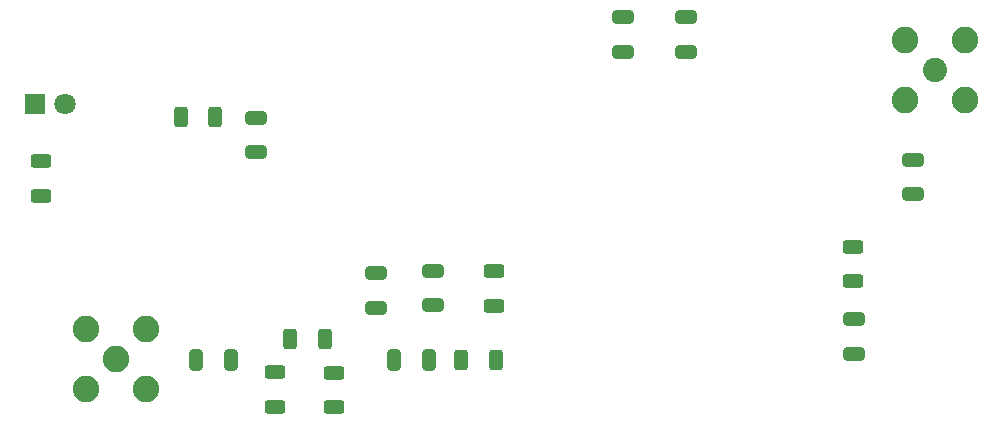
<source format=gbr>
%TF.GenerationSoftware,KiCad,Pcbnew,(6.0.7)*%
%TF.CreationDate,2023-01-18T15:46:22-05:00*%
%TF.ProjectId,Mosfet Test PCB,4d6f7366-6574-4205-9465-737420504342,rev?*%
%TF.SameCoordinates,Original*%
%TF.FileFunction,Paste,Top*%
%TF.FilePolarity,Positive*%
%FSLAX46Y46*%
G04 Gerber Fmt 4.6, Leading zero omitted, Abs format (unit mm)*
G04 Created by KiCad (PCBNEW (6.0.7)) date 2023-01-18 15:46:22*
%MOMM*%
%LPD*%
G01*
G04 APERTURE LIST*
G04 Aperture macros list*
%AMRoundRect*
0 Rectangle with rounded corners*
0 $1 Rounding radius*
0 $2 $3 $4 $5 $6 $7 $8 $9 X,Y pos of 4 corners*
0 Add a 4 corners polygon primitive as box body*
4,1,4,$2,$3,$4,$5,$6,$7,$8,$9,$2,$3,0*
0 Add four circle primitives for the rounded corners*
1,1,$1+$1,$2,$3*
1,1,$1+$1,$4,$5*
1,1,$1+$1,$6,$7*
1,1,$1+$1,$8,$9*
0 Add four rect primitives between the rounded corners*
20,1,$1+$1,$2,$3,$4,$5,0*
20,1,$1+$1,$4,$5,$6,$7,0*
20,1,$1+$1,$6,$7,$8,$9,0*
20,1,$1+$1,$8,$9,$2,$3,0*%
G04 Aperture macros list end*
%ADD10RoundRect,0.250000X-0.650000X0.325000X-0.650000X-0.325000X0.650000X-0.325000X0.650000X0.325000X0*%
%ADD11RoundRect,0.250000X-0.325000X-0.650000X0.325000X-0.650000X0.325000X0.650000X-0.325000X0.650000X0*%
%ADD12RoundRect,0.250000X0.312500X0.625000X-0.312500X0.625000X-0.312500X-0.625000X0.312500X-0.625000X0*%
%ADD13C,2.050000*%
%ADD14C,2.250000*%
%ADD15RoundRect,0.250000X-0.625000X0.312500X-0.625000X-0.312500X0.625000X-0.312500X0.625000X0.312500X0*%
%ADD16RoundRect,0.250000X-0.312500X-0.625000X0.312500X-0.625000X0.312500X0.625000X-0.312500X0.625000X0*%
%ADD17RoundRect,0.250000X0.650000X-0.325000X0.650000X0.325000X-0.650000X0.325000X-0.650000X-0.325000X0*%
%ADD18R,1.800000X1.800000*%
%ADD19C,1.800000*%
G04 APERTURE END LIST*
D10*
%TO.C,C5*%
X94615000Y-80694000D03*
X94615000Y-83644000D03*
%TD*%
%TO.C,C6*%
X99441000Y-80503500D03*
X99441000Y-83453500D03*
%TD*%
%TO.C,C7*%
X135064500Y-84631000D03*
X135064500Y-87581000D03*
%TD*%
D11*
%TO.C,C11*%
X79375000Y-88074500D03*
X82325000Y-88074500D03*
%TD*%
%TO.C,C4*%
X96188000Y-88074500D03*
X99138000Y-88074500D03*
%TD*%
D12*
%TO.C,R1*%
X90299000Y-86296500D03*
X87374000Y-86296500D03*
%TD*%
D13*
%TO.C,J3*%
X141986000Y-63563500D03*
D14*
X144526000Y-61023500D03*
X139446000Y-66103500D03*
X144526000Y-66103500D03*
X139446000Y-61023500D03*
%TD*%
D10*
%TO.C,C3*%
X115506500Y-59040500D03*
X115506500Y-61990500D03*
%TD*%
D14*
%TO.C,J1*%
X72644000Y-88011000D03*
X70104000Y-90551000D03*
X75184000Y-85471000D03*
X75184000Y-90551000D03*
X70104000Y-85471000D03*
%TD*%
D15*
%TO.C,R6*%
X66230500Y-71243000D03*
X66230500Y-74168000D03*
%TD*%
%TO.C,R3*%
X104584500Y-80579500D03*
X104584500Y-83504500D03*
%TD*%
D10*
%TO.C,C1*%
X120840500Y-59040500D03*
X120840500Y-61990500D03*
%TD*%
D12*
%TO.C,R2*%
X104777000Y-88074500D03*
X101852000Y-88074500D03*
%TD*%
D15*
%TO.C,R4*%
X135001000Y-78484000D03*
X135001000Y-81409000D03*
%TD*%
D10*
%TO.C,C8*%
X84455000Y-67549500D03*
X84455000Y-70499500D03*
%TD*%
D16*
%TO.C,R5*%
X78103000Y-67500500D03*
X81028000Y-67500500D03*
%TD*%
D15*
%TO.C,R7*%
X86042500Y-89088500D03*
X86042500Y-92013500D03*
%TD*%
%TO.C,R8*%
X91059000Y-89152000D03*
X91059000Y-92077000D03*
%TD*%
D17*
%TO.C,C9*%
X140081000Y-74055500D03*
X140081000Y-71105500D03*
%TD*%
D18*
%TO.C,D2*%
X65722500Y-66421000D03*
D19*
X68262500Y-66421000D03*
%TD*%
M02*

</source>
